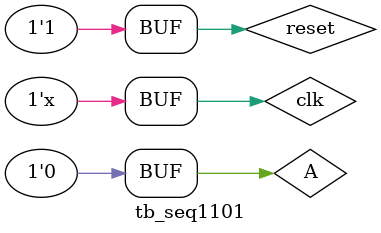
<source format=sv>
`timescale 1ns/1ns
module tb_seq1101;
    reg clk = 0;
    reg reset;
    reg A;
    wire Z;

    // instantiate
    sequence_detection uut (
        .clk(clk),
        .reset(reset),
        .A(A),
        .Z(Z)
    );

    // clock: 10 ns period
    always #5 clk = ~clk;

    initial begin

        // initial reset
        reset = 0; A = 0;
        #12;
        reset = 1;


        #8  A = 1;  // bit 1
        #10 A = 1;  // bit 1
        #10 A = 0;  // bit 0
        #10 A = 1;  // bit 1 -> detection here (Z=1)
        #10 A = 1;  // next bits after non-overlap reset
        #10 A = 1;
        #10 A = 0;
        #10 A = 1;  // another 1101; should produce a Z=1 here (non-overlapping)
        #30 A = 0;
        
    end
endmodule



</source>
